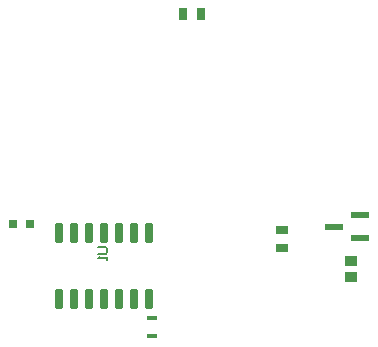
<source format=gbp>
G04*
G04 #@! TF.GenerationSoftware,Altium Limited,Altium Designer,19.1.8 (144)*
G04*
G04 Layer_Color=128*
%FSLAX44Y44*%
%MOMM*%
G71*
G01*
G75*
%ADD11C,0.1500*%
G04:AMPARAMS|DCode=26|XSize=0.65mm|YSize=1.65mm|CornerRadius=0.0488mm|HoleSize=0mm|Usage=FLASHONLY|Rotation=180.000|XOffset=0mm|YOffset=0mm|HoleType=Round|Shape=RoundedRectangle|*
%AMROUNDEDRECTD26*
21,1,0.6500,1.5525,0,0,180.0*
21,1,0.5525,1.6500,0,0,180.0*
1,1,0.0975,-0.2763,0.7763*
1,1,0.0975,0.2763,0.7763*
1,1,0.0975,0.2763,-0.7763*
1,1,0.0975,-0.2763,-0.7763*
%
%ADD26ROUNDEDRECTD26*%
%ADD27R,0.7000X0.7000*%
%ADD28R,1.5500X0.6000*%
%ADD29R,1.0500X0.9000*%
%ADD30R,1.0000X0.8000*%
%ADD31R,0.8000X1.0000*%
%ADD32R,0.8500X0.4500*%
D11*
X216233Y99260D02*
X222897D01*
X224230Y97927D01*
Y95261D01*
X222897Y93928D01*
X216233D01*
X224230Y91263D02*
Y88597D01*
Y89930D01*
X216233D01*
X217565Y91263D01*
D26*
X182880Y111760D02*
D03*
X195580D02*
D03*
X208280D02*
D03*
X220980D02*
D03*
X233680D02*
D03*
X246380D02*
D03*
X259080D02*
D03*
X182880Y55260D02*
D03*
X195580D02*
D03*
X208280D02*
D03*
X220980D02*
D03*
X233680D02*
D03*
X246380D02*
D03*
X259080D02*
D03*
D27*
X144410Y119040D02*
D03*
X158410D02*
D03*
D28*
X437720Y126340D02*
D03*
Y107340D02*
D03*
X415720Y116840D02*
D03*
D29*
X430530Y74530D02*
D03*
Y88030D02*
D03*
D30*
X372110Y114180D02*
D03*
Y99180D02*
D03*
D31*
X288410Y297180D02*
D03*
X303410D02*
D03*
D32*
X261620Y39250D02*
D03*
Y24250D02*
D03*
M02*

</source>
